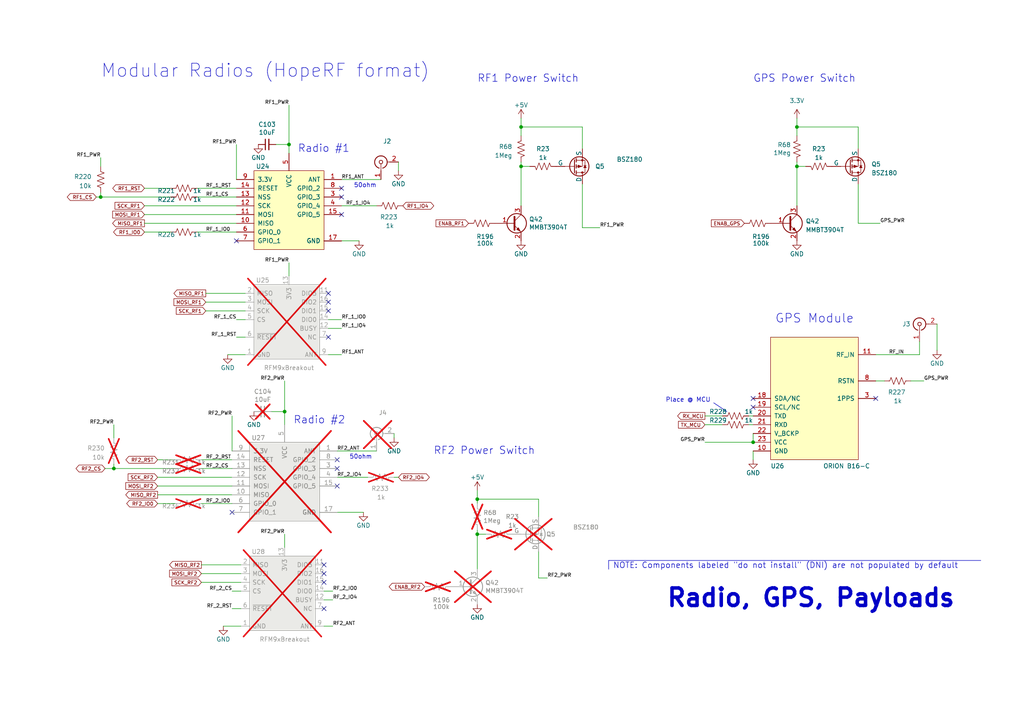
<source format=kicad_sch>
(kicad_sch (version 20230121) (generator eeschema)
  (paper "A4")
  (title_block (title "PyCubed Mainboard") (date "2021-06-09") (rev "v05c") (company "Sierra Lobo INC."))
  (lib_symbols
    (symbol "Device:C_Small" (pin_numbers hide) (pin_names (offset 0.254) hide)
      (property "Reference" "C" (at 0.254 1.778 0))
      (property "Value" "C_Small" (at 0.254 -2.032 0))
      (symbol "C_Small_0_1"
        (polyline (pts (xy -1.524 -0.508) (xy 1.524 -0.508)) (stroke (width 0.3302)))
        (polyline (pts (xy -1.524 0.508) (xy 1.524 0.508)) (stroke (width 0.3048)))
      )
      (symbol "C_Small_1_1"
        (pin passive line (at 0 2.54 270) (length 2.032) (name "~") (number "1"))
        (pin passive line (at 0 -2.54 90) (length 2.032) (name "~") (number "2"))
      )
    )
    (symbol "Device:Q_NPN_BEC" (pin_names (offset 0) hide)
      (property "Reference" "Q" (at 5.08 1.27 0))
      (property "Value" "Q_NPN_BEC" (at 5.08 -1.27 0))
      (symbol "Q_NPN_BEC_0_1"
        (polyline (pts (xy 0.635 0.635) (xy 2.54 2.54)))
        (polyline (pts (xy 0.635 -0.635) (xy 2.54 -2.54) (xy 2.54 -2.54)))
        (polyline (pts (xy 0.635 1.905) (xy 0.635 -1.905) (xy 0.635 -1.905)) (stroke (width 0.508)))
        (polyline (pts (xy 1.27 -1.778) (xy 1.778 -1.27) (xy 2.286 -2.286) (xy 1.27 -1.778) (xy 1.27 -1.778)) (fill (type outline)))
        (circle (center 1.27 0) (radius 2.8194) (stroke (width 0.254)))
      )
      (symbol "Q_NPN_BEC_1_1"
        (pin input line (at -5.08 0 0) (length 5.715) (name "B") (number "1"))
        (pin passive line (at 2.54 -5.08 90) (length 2.54) (name "E") (number "2"))
        (pin passive line (at 2.54 5.08 270) (length 2.54) (name "C") (number "3"))
      )
    )
    (symbol "Device:R_US" (pin_numbers hide) (pin_names (offset 0))
      (property "Reference" "R" (at 2.54 0 90))
      (property "Value" "R_US" (at -2.54 0 90))
      (symbol "R_US_0_1"
        (polyline (pts (xy 0 -2.286) (xy 0 -2.54)))
        (polyline (pts (xy 0 2.286) (xy 0 2.54)))
        (polyline (pts (xy 0 -0.762) (xy 1.016 -1.143) (xy 0 -1.524) (xy -1.016 -1.905) (xy 0 -2.286)))
        (polyline (pts (xy 0 0.762) (xy 1.016 0.381) (xy 0 0) (xy -1.016 -0.381) (xy 0 -0.762)))
        (polyline (pts (xy 0 2.286) (xy 1.016 1.905) (xy 0 1.524) (xy -1.016 1.143) (xy 0 0.762)))
      )
      (symbol "R_US_1_1"
        (pin passive line (at 0 3.81 270) (length 1.27) (name "~") (number "1"))
        (pin passive line (at 0 -3.81 90) (length 1.27) (name "~") (number "2"))
      )
    )
    (symbol "SierraLobo:BSZ086" (pin_numbers hide) (pin_names (offset 0))
      (property "Reference" "Q" (at 3.556 0 0))
      (property "Value" "BSZ180P03NS3GATMA1" (at 13.716 -2.032 0))
      (symbol "BSZ086_0_1"
        (circle (center -0.889 0) (radius 2.794) (stroke (width 0.254)))
        (circle (center 0 -1.778) (radius 0.254) (fill (type outline)))
        (polyline (pts (xy -2.286 0) (xy -5.08 0)))
        (polyline (pts (xy -2.286 1.905) (xy -2.286 -1.905)) (stroke (width 0.254)))
        (polyline (pts (xy -1.778 -1.27) (xy -1.778 -2.286)) (stroke (width 0.254)))
        (polyline (pts (xy -1.778 0.508) (xy -1.778 -0.508)) (stroke (width 0.254)))
        (polyline (pts (xy -1.778 2.286) (xy -1.778 1.27)) (stroke (width 0.254)))
        (polyline (pts (xy 0 2.54) (xy 0 1.778)))
        (polyline (pts (xy 0 -2.54) (xy 0 0) (xy -1.778 0)))
        (polyline (pts (xy -1.778 -1.778) (xy 0.762 -1.778) (xy 0.762 1.778) (xy -1.778 1.778)))
        (polyline (pts (xy -0.254 0) (xy -1.27 -0.381) (xy -1.27 0.381) (xy -0.254 0)) (fill (type outline)))
        (polyline (pts (xy 1.143 -0.254) (xy 1.143 -0.254) (xy 0.381 -0.254) (xy 0.381 -0.254)))
        (circle (center 0 1.778) (radius 0.254) (fill (type outline)))
      )
      (symbol "BSZ086_1_1"
        (polyline (pts (xy 0.762 -0.254) (xy 1.143 0.381) (xy 0.381 0.381) (xy 0.762 -0.254)) (fill (type outline)))
        (pin passive line (at 0 -5.08 90) (length 2.54) (name "S") (number "1"))
        (pin input line (at -7.62 0 0) (length 2.54) (name "G") (number "4"))
        (pin passive line (at 0 5.08 270) (length 2.54) (name "D") (number "5"))
      )
    )
    (symbol "SierraLobo:RFM98PW" (pin_names (offset 1.016))
      (property "Reference" "U" (at -7.62 11.43 0))
      (symbol "RFM98PW_0_0"
        (pin bidirectional line (at 2.54 15.24 270) (length 5.08) (name "VCC") (number "5"))
      )
      (symbol "RFM98PW_1_0"
        (pin bidirectional line (at 17.78 7.62 180) (length 5.08) (name "ANT") (number "1"))
        (pin bidirectional line (at -12.7 -5.08 0) (length 5.08) (name "MISO") (number "10"))
        (pin bidirectional line (at -12.7 -2.54 0) (length 5.08) (name "MOSI") (number "11"))
        (pin bidirectional line (at -12.7 0 0) (length 5.08) (name "SCK") (number "12"))
        (pin bidirectional line (at -12.7 2.54 0) (length 5.08) (name "NSS") (number "13"))
        (pin bidirectional line (at -12.7 5.08 0) (length 5.08) (name "RESET") (number "14"))
        (pin bidirectional line (at 17.78 -2.54 180) (length 5.08) (name "GPIO_5") (number "15"))
        (pin bidirectional line (at 17.78 -10.16 180) (length 5.08) (name "GND") (number "16"))
        (pin bidirectional line (at 17.78 -10.16 180) (length 5.08) (name "GND") (number "17"))
        (pin bidirectional line (at 17.78 -10.16 180) (length 5.08) (name "GND") (number "2"))
        (pin bidirectional line (at 17.78 2.54 180) (length 5.08) (name "GPIO_3") (number "3"))
        (pin bidirectional line (at 17.78 0 180) (length 5.08) (name "GPIO_4") (number "4"))
        (pin bidirectional line (at -12.7 -7.62 0) (length 5.08) (name "GPIO_0") (number "6"))
        (pin bidirectional line (at -12.7 -10.16 0) (length 5.08) (name "GPIO_1") (number "7"))
        (pin bidirectional line (at 17.78 5.08 180) (length 5.08) (name "GPIO_2") (number "8"))
        (pin power_in line (at -12.7 7.62 0) (length 5.08) (name "3.3V") (number "9"))
      )
      (symbol "RFM98PW_1_1"
        (rectangle (start -7.62 10.16) (end 12.7 -12.7) (fill (type background)))
      )
    )
    (symbol "SierraLobo:RFM9xBreakout" (pin_names (offset 0.762))
      (property "Reference" "U" (at -3.81 12.7 0))
      (property "Value" "RFM9xBreakout" (at -7.62 -11.43 0))
      (symbol "RFM9xBreakout_1_1"
        (rectangle (start -10.16 11.43) (end 8.89 -10.16) (fill (type background)))
        (pin bidirectional line (at -12.7 -8.89 0) (length 2.54) (name "GND") (number "1"))
        (pin bidirectional line (at -12.7 -8.89 0) (length 2.54) hide (name "GND") (number "10"))
        (pin bidirectional line (at 11.43 8.89 180) (length 2.54) (name "DIO3") (number "11"))
        (pin bidirectional line (at 11.43 -1.27 180) (length 2.54) (name "BUSY") (number "12"))
        (pin bidirectional line (at 0 13.97 270) (length 2.54) (name "3V3") (number "13"))
        (pin bidirectional line (at 11.43 1.27 180) (length 2.54) (name "DIO0") (number "14"))
        (pin bidirectional line (at 11.43 3.81 180) (length 2.54) (name "DIO1") (number "15"))
        (pin bidirectional line (at 11.43 6.35 180) (length 2.54) (name "DIO2") (number "16"))
        (pin bidirectional line (at -12.7 8.89 0) (length 2.54) (name "MISO") (number "2"))
        (pin bidirectional line (at -12.7 6.35 0) (length 2.54) (name "MOSI") (number "3"))
        (pin bidirectional line (at -12.7 3.81 0) (length 2.54) (name "SCK") (number "4"))
        (pin bidirectional line (at -12.7 1.27 0) (length 2.54) (name "CS") (number "5"))
        (pin bidirectional line (at -12.7 -3.81 0) (length 2.54) (name "~{RESET}") (number "6"))
        (pin bidirectional line (at 11.43 -3.81 180) (length 2.54) (name "NC") (number "7"))
        (pin bidirectional line (at -12.7 -8.89 0) (length 2.54) hide (name "GND") (number "8"))
        (pin bidirectional line (at 11.43 -8.89 180) (length 2.54) (name "ANT") (number "9"))
      )
    )
    (symbol "SierraLobo:S1216V8" (pin_names (offset 1.016))
      (property "Reference" "U" (at -12.7 -20.32 0))
      (property "Value" "S1216V8" (at 2.54 -20.32 0))
      (symbol "S1216V8_1_0"
        (pin no_connect line (at -12.7 10.16 0) (length 5.08) hide (name "NC") (number "1"))
        (pin bidirectional line (at -17.78 -15.24 0) (length 5.08) (name "GND") (number "10"))
        (pin bidirectional line (at 17.78 12.7 180) (length 5.08) (name "RF_IN") (number "11"))
        (pin bidirectional line (at -17.78 -15.24 0) (length 5.08) hide (name "GND") (number "12"))
        (pin bidirectional line (at -17.78 -15.24 0) (length 5.08) hide (name "GND") (number "13"))
        (pin no_connect line (at -12.7 8.89 0) (length 5.08) hide (name "NC") (number "14"))
        (pin no_connect line (at -12.7 7.62 0) (length 5.08) hide (name "NC") (number "15"))
        (pin no_connect line (at -12.7 6.35 0) (length 5.08) hide (name "NC") (number "16"))
        (pin no_connect line (at -12.7 3.81 0) (length 5.08) hide (name "NC") (number "17"))
        (pin bidirectional line (at -17.78 0 0) (length 5.08) (name "SDA/NC") (number "18"))
        (pin bidirectional line (at -17.78 -2.54 0) (length 5.08) (name "SCL/NC") (number "19"))
        (pin no_connect line (at -12.7 2.54 0) (length 5.08) hide (name "NC") (number "2"))
        (pin bidirectional line (at -17.78 -5.08 0) (length 5.08) (name "TXD") (number "20"))
        (pin bidirectional line (at -17.78 -7.62 0) (length 5.08) (name "RXD") (number "21"))
        (pin bidirectional line (at -17.78 -10.16 0) (length 5.08) (name "V_BCKP") (number "22"))
        (pin bidirectional line (at -17.78 -12.7 0) (length 5.08) (name "VCC") (number "23"))
        (pin bidirectional line (at -17.78 -15.24 0) (length 5.08) hide (name "GND") (number "24"))
        (pin bidirectional line (at 17.78 0 180) (length 5.08) (name "1PPS") (number "3"))
        (pin no_connect line (at -12.7 11.43 0) (length 5.08) hide (name "NC") (number "4"))
        (pin no_connect line (at -12.7 12.7 0) (length 5.08) hide (name "NC") (number "5"))
        (pin no_connect line (at -12.7 13.97 0) (length 5.08) hide (name "NC") (number "6"))
        (pin no_connect line (at -12.7 5.08 0) (length 5.08) hide (name "NC") (number "7"))
        (pin bidirectional line (at 17.78 5.08 180) (length 5.08) (name "RSTN") (number "8"))
        (pin bidirectional line (at -12.7 15.24 0) (length 5.08) hide (name "NC") (number "9"))
      )
      (symbol "S1216V8_1_1"
        (rectangle (start -12.7 17.78) (end 12.7 -17.78) (fill (type background)))
      )
    )
    (symbol "mainboard-rescue:Conn_Coaxial-Connector-mainboard-rescue" (pin_names (offset 1.016) hide)
      (property "Reference" "J" (at 0.254 3.048 0))
      (property "Value" "Conn_Coaxial-Connector-mainboard-rescue" (at 2.921 0 90))
      (symbol "Conn_Coaxial-Connector-mainboard-rescue_0_1"
        (arc (start -1.778 -0.508) (mid 0.222 -1.808) (end 1.778 0) (stroke (width 0.254)))
        (polyline (pts (xy -2.54 0) (xy -0.508 0)))
        (polyline (pts (xy 0 -2.54) (xy 0 -1.778)))
        (circle (center 0 0) (radius 0.508) (stroke (width 0.2032)))
        (arc (start 1.778 0) (mid 0.222 1.8083) (end -1.778 0.508) (stroke (width 0.254)))
      )
      (symbol "Conn_Coaxial-Connector-mainboard-rescue_1_1"
        (pin passive line (at -5.08 0 0) (length 2.54) (name "In") (number "1"))
        (pin passive line (at 0 -5.08 90) (length 2.54) (name "Ext") (number "2"))
      )
    )
    (symbol "mainboard:3.3V" (power) (pin_names (offset 1.016))
      (property "Value" "3.3V" (at -1.016 3.556 0))
      (symbol "3.3V_1_0"
        (polyline (pts (xy 0 2.54) (xy -0.762 1.27)))
        (polyline (pts (xy 0.762 1.27) (xy 0 2.54)))
        (pin power_in line (at 0 0 90) (length 2.54) (name "3.3V") (number "1"))
      )
    )
    (symbol "power:+5V" (power) (pin_names (offset 0))
      (property "Value" "+5V" (at 0 3.556 0))
      (symbol "+5V_0_1"
        (polyline (pts (xy -0.762 1.27) (xy 0 2.54)))
        (polyline (pts (xy 0 0) (xy 0 2.54)))
        (polyline (pts (xy 0 2.54) (xy 0.762 1.27)))
      )
      (symbol "+5V_1_1"
        (pin power_in line (at 0 0 90) (length 0) hide (name "+5V") (number "1"))
      )
    )
    (symbol "power:GND" (power) (pin_names (offset 0))
      (property "Value" "GND" (at 0 -3.81 0))
      (symbol "GND_0_1"
        (polyline (pts (xy 0 0) (xy 0 -1.27) (xy 1.27 -1.27) (xy 0 -2.54) (xy -1.27 -1.27) (xy 0 -1.27)))
      )
      (symbol "GND_1_1"
        (pin power_in line (at 0 0 270) (length 0) hide (name "GND") (number "1"))
      )
    )
  )
  (junction (at 151.13 48.26))
  (junction (at 231.14 48.26))
  (junction (at 29.21 57.15))
  (junction (at 151.13 36.83))
  (junction (at 231.14 36.83))
  (junction (at 138.43 154.94))
  (junction (at 218.44 128.27))
  (junction (at 83.82 41.91))
  (junction (at 82.55 119.38))
  (junction (at 33.02 135.89))
  (junction (at 138.43 144.78))
  (no_connect (at 97.79 133.35))
  (no_connect (at 95.25 97.79))
  (no_connect (at 97.79 135.89))
  (no_connect (at 95.25 87.63))
  (no_connect (at 93.98 168.91))
  (no_connect (at 93.98 163.83))
  (no_connect (at 67.31 148.59))
  (no_connect (at 95.25 90.17))
  (no_connect (at 99.06 62.23))
  (no_connect (at 254 115.57))
  (no_connect (at 93.98 176.53))
  (no_connect (at 99.06 57.15))
  (no_connect (at 93.98 166.37))
  (no_connect (at 99.06 54.61))
  (no_connect (at 218.44 118.11))
  (no_connect (at 218.44 115.57))
  (no_connect (at 68.58 69.85))
  (no_connect (at 95.25 85.09))
  (no_connect (at 97.79 140.97))
  (wire (pts (xy 68.58 41.91) (xy 68.58 52.07)))
  (wire (pts (xy 209.55 120.65) (xy 204.47 120.65)))
  (wire (pts (xy 66.04 102.87) (xy 71.12 102.87)))
  (wire (pts (xy 68.58 62.23) (xy 41.91 62.23)))
  (wire (pts (xy 33.02 135.89) (xy 50.8 135.89)))
  (wire (pts (xy 33.02 123.19) (xy 33.02 127)))
  (wire (pts (xy 151.13 36.83) (xy 151.13 34.29)))
  (wire (pts (xy 57.15 54.61) (xy 68.58 54.61)))
  (wire (pts (xy 266.7 99.06) (xy 266.7 102.87)))
  (wire (pts (xy 67.31 140.97) (xy 45.72 140.97)))
  (wire (pts (xy 168.91 66.04) (xy 168.91 53.34)))
  (wire (pts (xy 67.31 138.43) (xy 45.72 138.43)))
  (wire (pts (xy 97.79 130.81) (xy 109.22 130.81)))
  (wire (pts (xy 83.82 30.48) (xy 83.82 41.91)))
  (wire (pts (xy 248.92 53.34) (xy 248.92 64.77)))
  (wire (pts (xy 231.14 48.26) (xy 231.14 59.69)))
  (wire (pts (xy 231.14 36.83) (xy 248.92 36.83)))
  (wire (pts (xy 114.3 125.73) (xy 114.3 127)))
  (wire (pts (xy 151.13 48.26) (xy 151.13 59.69)))
  (wire (pts (xy 218.44 128.27) (xy 204.47 128.27)))
  (wire (pts (xy 218.44 130.81) (xy 218.44 133.35)))
  (wire (pts (xy 68.58 92.71) (xy 71.12 92.71)))
  (wire (pts (xy 27.94 57.15) (xy 29.21 57.15)))
  (wire (pts (xy 248.92 43.18) (xy 248.92 36.83)))
  (wire (pts (xy 30.48 135.89) (xy 33.02 135.89)))
  (wire (pts (xy 231.14 48.26) (xy 233.68 48.26)))
  (wire (pts (xy 45.72 133.35) (xy 50.8 133.35)))
  (wire (pts (xy 151.13 48.26) (xy 153.67 48.26)))
  (wire (pts (xy 218.44 128.27) (xy 218.44 125.73)))
  (polyline (pts (xy 176.53 162.56) (xy 284.48 162.56)))
  (wire (pts (xy 138.43 154.94) (xy 140.97 154.94)))
  (wire (pts (xy 67.31 120.65) (xy 67.31 130.81)))
  (wire (pts (xy 168.91 43.18) (xy 168.91 36.83)))
  (wire (pts (xy 33.02 134.62) (xy 33.02 135.89)))
  (wire (pts (xy 106.68 138.43) (xy 97.79 138.43)))
  (polyline (pts (xy 207.01 116.84) (xy 210.82 119.38)))
  (wire (pts (xy 266.7 102.87) (xy 254 102.87)))
  (wire (pts (xy 138.43 144.78) (xy 138.43 146.05)))
  (wire (pts (xy 83.82 41.91) (xy 83.82 44.45)))
  (wire (pts (xy 99.06 95.25) (xy 95.25 95.25)))
  (wire (pts (xy 99.06 52.07) (xy 110.49 52.07)))
  (wire (pts (xy 82.55 119.38) (xy 78.74 119.38)))
  (wire (pts (xy 96.52 171.45) (xy 93.98 171.45)))
  (wire (pts (xy 82.55 110.49) (xy 82.55 119.38)))
  (wire (pts (xy 231.14 36.83) (xy 231.14 34.29)))
  (wire (pts (xy 71.12 90.17) (xy 59.69 90.17)))
  (wire (pts (xy 49.53 54.61) (xy 41.91 54.61)))
  (wire (pts (xy 29.21 57.15) (xy 49.53 57.15)))
  (wire (pts (xy 231.14 46.99) (xy 231.14 48.26)))
  (wire (pts (xy 45.72 146.05) (xy 50.8 146.05)))
  (wire (pts (xy 218.44 120.65) (xy 217.17 120.65)))
  (wire (pts (xy 115.57 138.43) (xy 114.3 138.43)))
  (wire (pts (xy 68.58 64.77) (xy 41.91 64.77)))
  (wire (pts (xy 64.77 181.61) (xy 69.85 181.61)))
  (wire (pts (xy 29.21 55.88) (xy 29.21 57.15)))
  (wire (pts (xy 156.21 160.02) (xy 156.21 167.64)))
  (wire (pts (xy 29.21 48.26) (xy 29.21 45.72)))
  (wire (pts (xy 71.12 87.63) (xy 59.69 87.63)))
  (wire (pts (xy 138.43 144.78) (xy 156.21 144.78)))
  (wire (pts (xy 99.06 102.87) (xy 95.25 102.87)))
  (wire (pts (xy 82.55 119.38) (xy 82.55 123.19)))
  (wire (pts (xy 41.91 67.31) (xy 49.53 67.31)))
  (wire (pts (xy 97.79 148.59) (xy 105.41 148.59)))
  (wire (pts (xy 151.13 46.99) (xy 151.13 48.26)))
  (wire (pts (xy 57.15 67.31) (xy 68.58 67.31)))
  (wire (pts (xy 96.52 173.99) (xy 93.98 173.99)))
  (wire (pts (xy 67.31 143.51) (xy 45.72 143.51)))
  (wire (pts (xy 68.58 59.69) (xy 41.91 59.69)))
  (wire (pts (xy 218.44 123.19) (xy 217.17 123.19)))
  (wire (pts (xy 264.16 110.49) (xy 267.97 110.49)))
  (wire (pts (xy 71.12 85.09) (xy 59.69 85.09)))
  (wire (pts (xy 69.85 168.91) (xy 58.42 168.91)))
  (wire (pts (xy 82.55 154.94) (xy 82.55 158.75)))
  (wire (pts (xy 168.91 66.04) (xy 173.99 66.04)))
  (wire (pts (xy 69.85 166.37) (xy 58.42 166.37)))
  (wire (pts (xy 99.06 92.71) (xy 95.25 92.71)))
  (polyline (pts (xy 176.53 165.1) (xy 176.53 162.56)))
  (wire (pts (xy 209.55 123.19) (xy 204.47 123.19)))
  (wire (pts (xy 67.31 171.45) (xy 69.85 171.45)))
  (wire (pts (xy 271.78 93.98) (xy 271.78 101.6)))
  (wire (pts (xy 151.13 36.83) (xy 168.91 36.83)))
  (wire (pts (xy 57.15 57.15) (xy 68.58 57.15)))
  (wire (pts (xy 156.21 167.64) (xy 158.75 167.64)))
  (wire (pts (xy 156.21 149.86) (xy 156.21 144.78)))
  (wire (pts (xy 58.42 146.05) (xy 67.31 146.05)))
  (wire (pts (xy 69.85 176.53) (xy 67.31 176.53)))
  (wire (pts (xy 138.43 144.78) (xy 138.43 142.24)))
  (wire (pts (xy 96.52 181.61) (xy 93.98 181.61)))
  (wire (pts (xy 67.31 133.35) (xy 58.42 133.35)))
  (wire (pts (xy 58.42 135.89) (xy 67.31 135.89)))
  (wire (pts (xy 138.43 153.67) (xy 138.43 154.94)))
  (wire (pts (xy 151.13 36.83) (xy 151.13 39.37)))
  (wire (pts (xy 254 110.49) (xy 256.54 110.49)))
  (wire (pts (xy 99.06 69.85) (xy 104.14 69.85)))
  (wire (pts (xy 231.14 36.83) (xy 231.14 39.37)))
  (wire (pts (xy 248.92 64.77) (xy 255.27 64.77)))
  (wire (pts (xy 138.43 154.94) (xy 138.43 165.1)))
  (wire (pts (xy 83.82 41.91) (xy 80.01 41.91)))
  (wire (pts (xy 69.85 163.83) (xy 58.42 163.83)))
  (wire (pts (xy 68.58 97.79) (xy 71.12 97.79)))
  (wire (pts (xy 99.06 59.69) (xy 109.22 59.69)))
  (wire (pts (xy 83.82 76.2) (xy 83.82 80.01)))
  (wire (pts (xy 115.57 46.99) (xy 115.57 49.53)))
  (text "Radio #1" (at 86.36 44.45 0) (effects (font (size 2.159 2.159)) (justify left bottom)))
  (text "Modular Radios (HopeRF format)" (at 29.21 22.86 0) (effects (font (size 3.81 3.81)) (justify left bottom)))
  (text "RF2 Power Switch" (at 125.73 132.08 0) (effects (font (size 2.159 2.159)) (justify left bottom)))
  (text "Place @ MCU" (at 193.04 116.84 0) (effects (font (size 1.27 1.27)) (justify left bottom)))
  (text "50ohm" (at 109.22 54.61 0) (effects (font (size 1.27 1.27)) (justify right bottom)))
  (text "Radio #2" (at 85.09 123.19 0) (effects (font (size 2.159 2.159)) (justify left bottom)))
  (text "Radio, GPS, Payloads" (at 193.04 176.53 0) (effects (font (size 5.08 5.08) (thickness 1.016) bold) (justify left bottom)))
  (text "NOTE: Components labeled \"do not install\" (DNI) are not populated by default" (at 177.8 165.1 0) (effects (font (size 1.651 1.651)) (justify left bottom)))
  (text "RF1 Power Switch" (at 138.43 24.13 0) (effects (font (size 2.159 2.159)) (justify left bottom)))
  (text "50ohm" (at 107.95 133.35 0) (effects (font (size 1.27 1.27)) (justify right bottom)))
  (text "GPS Power Switch" (at 218.44 24.13 0) (effects (font (size 2.159 2.159)) (justify left bottom)))
  (text "GPS Module" (at 224.79 93.98 0) (effects (font (size 2.54 2.54)) (justify left bottom)))
  (label "RF1_PWR" (at 29.21 45.72 180) (effects (font (size 1.016 1.016))))
  (label "GPS_PWR" (at 267.97 110.49 0) (effects (font (size 1.016 1.016))))
  (label "RF_2_CS" (at 59.69 135.89 0) (effects (font (size 1.016 1.016))))
  (label "RF_1_RST" (at 59.69 54.61 0) (effects (font (size 1.016 1.016))))
  (label "RF1_PWR" (at 83.82 30.48 180) (effects (font (size 1.016 1.016))))
  (label "RF1_ANT" (at 99.06 102.87 0) (effects (font (size 1.016 1.016))))
  (label "RF_1_RST" (at 68.58 97.79 180) (effects (font (size 1.016 1.016))))
  (label "RF1_PWR" (at 173.99 66.04 0) (effects (font (size 1.016 1.016))))
  (label "RF2_ANT" (at 96.52 181.61 0) (effects (font (size 1.016 1.016))))
  (label "RF_IN" (at 257.81 102.87 0) (effects (font (size 1.016 1.016))))
  (label "RF1_ANT" (at 99.06 52.07 0) (effects (font (size 1.016 1.016))))
  (label "RF_1_IO0" (at 59.69 67.31 0) (effects (font (size 1.016 1.016))))
  (label "RF_1_IO0" (at 99.06 92.71 0) (effects (font (size 1.016 1.016))))
  (label "RF_2_IO4" (at 96.52 173.99 0) (effects (font (size 1.016 1.016))))
  (label "RF2_PWR" (at 82.55 110.49 180) (effects (font (size 1.016 1.016))))
  (label "RF_1_IO4" (at 100.33 59.69 0) (effects (font (size 1.016 1.016))))
  (label "RF2_PWR" (at 82.55 154.94 180) (effects (font (size 1.016 1.016))))
  (label "RF_2_RST" (at 67.31 176.53 180) (effects (font (size 1.016 1.016))))
  (label "RF2_PWR" (at 33.02 123.19 180) (effects (font (size 1.016 1.016))))
  (label "RF2_PWR" (at 67.31 120.65 180) (effects (font (size 1.016 1.016))))
  (label "RF1_PWR" (at 83.82 76.2 180) (effects (font (size 1.016 1.016))))
  (label "RF_1_IO4" (at 99.06 95.25 0) (effects (font (size 1.016 1.016))))
  (label "RF_2_IO0" (at 96.52 171.45 0) (effects (font (size 1.016 1.016))))
  (label "RF_2_RST" (at 59.69 133.35 0) (effects (font (size 1.016 1.016))))
  (label "RF_1_CS" (at 68.58 92.71 180) (effects (font (size 1.016 1.016))))
  (label "RF_1_CS" (at 59.69 57.15 0) (effects (font (size 1.016 1.016))))
  (label "RF1_PWR" (at 68.58 41.91 180) (effects (font (size 1.016 1.016))))
  (label "RF_2_IO0" (at 59.69 146.05 0) (effects (font (size 1.016 1.016))))
  (label "RF2_PWR" (at 158.75 167.64 0) (effects (font (size 1.016 1.016))))
  (label "RF2_ANT" (at 97.79 130.81 0) (effects (font (size 1.016 1.016))))
  (label "GPS_PWR" (at 255.27 64.77 0) (effects (font (size 1.016 1.016))))
  (label "GPS_PWR" (at 204.47 128.27 180) (effects (font (size 1.016 1.016))))
  (label "RF_2_CS" (at 67.31 171.45 180) (effects (font (size 1.016 1.016))))
  (label "RF_2_IO4" (at 97.79 138.43 0) (effects (font (size 1.016 1.016))))
  (global_label "ENAB_RF1" (shape input) (at 135.89 64.77 180) (effects (font (size 1.016 1.016))) (property "Intersheetrefs" "${INTERSHEET_REFS}" (effects hide)))
  (global_label "RF2_RST" (shape bidirectional) (at 45.72 133.35 180) (effects (font (size 1.016 1.016))) (property "Intersheetrefs" "${INTERSHEET_REFS}" (effects hide)))
  (global_label "MOSI_RF2" (shape input) (at 45.72 140.97 180) (effects (font (size 1.016 1.016))) (property "Intersheetrefs" "${INTERSHEET_REFS}" (effects hide)))
  (global_label "MISO_RF1" (shape output) (at 41.91 64.77 180) (effects (font (size 1.016 1.016))) (property "Intersheetrefs" "${INTERSHEET_REFS}" (effects hide)))
  (global_label "RF1_CS" (shape bidirectional) (at 27.94 57.15 180) (effects (font (size 1.016 1.016))) (property "Intersheetrefs" "${INTERSHEET_REFS}" (effects hide)))
  (global_label "RF1_IO0" (shape bidirectional) (at 41.91 67.31 180) (effects (font (size 1.016 1.016))) (property "Intersheetrefs" "${INTERSHEET_REFS}" (effects hide)))
  (global_label "ENAB_GPS" (shape input) (at 215.9 64.77 180) (effects (font (size 1.016 1.016))) (property "Intersheetrefs" "${INTERSHEET_REFS}" (effects hide)))
  (global_label "RF1_RST" (shape bidirectional) (at 41.91 54.61 180) (effects (font (size 1.016 1.016))) (property "Intersheetrefs" "${INTERSHEET_REFS}" (effects hide)))
  (global_label "MISO_RF2" (shape output) (at 45.72 143.51 180) (effects (font (size 1.016 1.016))) (property "Intersheetrefs" "${INTERSHEET_REFS}" (effects hide)))
  (global_label "MISO_RF1" (shape output) (at 59.69 85.09 180) (effects (font (size 1.016 1.016))) (property "Intersheetrefs" "${INTERSHEET_REFS}" (effects hide)))
  (global_label "RF2_IO0" (shape bidirectional) (at 45.72 146.05 180) (effects (font (size 1.016 1.016))) (property "Intersheetrefs" "${INTERSHEET_REFS}" (effects hide)))
  (global_label "MOSI_RF1" (shape input) (at 59.69 87.63 180) (effects (font (size 1.016 1.016))) (property "Intersheetrefs" "${INTERSHEET_REFS}" (effects hide)))
  (global_label "MOSI_RF1" (shape input) (at 41.91 62.23 180) (effects (font (size 1.016 1.016))) (property "Intersheetrefs" "${INTERSHEET_REFS}" (effects hide)))
  (global_label "SCK_RF2" (shape input) (at 45.72 138.43 180) (effects (font (size 1.016 1.016))) (property "Intersheetrefs" "${INTERSHEET_REFS}" (effects hide)))
  (global_label "SCK_RF1" (shape input) (at 41.91 59.69 180) (effects (font (size 1.016 1.016))) (property "Intersheetrefs" "${INTERSHEET_REFS}" (effects hide)))
  (global_label "ENAB_RF2" (shape bidirectional) (at 123.19 170.18 180) (effects (font (size 1.016 1.016))) (property "Intersheetrefs" "${INTERSHEET_REFS}" (effects hide)))
  (global_label "TX_MCU" (shape input) (at 204.47 123.19 180) (effects (font (size 1.016 1.016))) (property "Intersheetrefs" "${INTERSHEET_REFS}" (effects hide)))
  (global_label "SCK_RF2" (shape input) (at 58.42 168.91 180) (effects (font (size 1.016 1.016))) (property "Intersheetrefs" "${INTERSHEET_REFS}" (effects hide)))
  (global_label "MISO_RF2" (shape output) (at 58.42 163.83 180) (effects (font (size 1.016 1.016))) (property "Intersheetrefs" "${INTERSHEET_REFS}" (effects hide)))
  (global_label "RF1_IO4" (shape bidirectional) (at 116.84 59.69 0) (effects (font (size 1.016 1.016))) (property "Intersheetrefs" "${INTERSHEET_REFS}" (effects hide)))
  (global_label "RF2_IO4" (shape bidirectional) (at 115.57 138.43 0) (effects (font (size 1.016 1.016))) (property "Intersheetrefs" "${INTERSHEET_REFS}" (effects hide)))
  (global_label "MOSI_RF2" (shape input) (at 58.42 166.37 180) (effects (font (size 1.016 1.016))) (property "Intersheetrefs" "${INTERSHEET_REFS}" (effects hide)))
  (global_label "SCK_RF1" (shape input) (at 59.69 90.17 180) (effects (font (size 1.016 1.016))) (property "Intersheetrefs" "${INTERSHEET_REFS}" (effects hide)))
  (global_label "RX_MCU" (shape output) (at 204.47 120.65 180) (effects (font (size 1.016 1.016))) (property "Intersheetrefs" "${INTERSHEET_REFS}" (effects hide)))
  (global_label "RF2_CS" (shape bidirectional) (at 30.48 135.89 180) (effects (font (size 1.016 1.016))) (property "Intersheetrefs" "${INTERSHEET_REFS}" (effects hide)))
  (symbol (lib_id "Device:R_US") (at 260.35 110.49 90) (unit 1)
    (property "Reference" "R227" (at 262.6614 113.03 90) (effects (justify left bottom)))
    (property "Value" "1k" (at 261.62 115.57 90) (effects (justify left bottom)))
    (property "Footprint" "Resistor_SMD:R_0402_1005Metric" (effects hide))
    (property "Mfr. Part No" "ERJ-2GEJ102X" (effects hide))
    (property "Manufacturer" "Panasonic" (effects hide))
  )
  (symbol (lib_id "mainboard-rescue:Conn_Coaxial-Connector-mainboard-rescue") (at 110.49 46.99 90) (unit 1)
    (property "Reference" "J2" (at 112.2934 40.9702 90))
    (property "Value" "SMPM-PS-P-HG-ST-TH-1" (effects hide))
    (property "Footprint" "SierraLobo:SAMTEC_SMPM-PS-P-HG-ST-TH-1" (effects hide))
    (property "Mfr. Part No" "SMPM-PS-P-HG-ST-TH-1" (effects hide))
    (property "Manufacturer" "Samtec" (effects hide))
  )
  (symbol (lib_id "SierraLobo:RFM98PW") (at 81.28 59.69 0) (unit 1)
    (property "Reference" "U24" (at 76.2 48.26 0))
    (property "Value" "RFM98PW" (effects hide))
    (property "Footprint" "SierraLobo:RFM95PW" (effects hide))
    (property "Mfr. Part No" "RFM98PW" (effects hide))
    (property "Manufacturer" "HopeRF" (effects hide))
  )
  (symbol (lib_id "power:GND") (at 104.14 69.85 0) (mirror y) (unit 1)
    (property "Reference" "#PWR0154" (effects hide))
    (property "Value" "GND" (at 104.14 73.66 0))
  )
  (symbol (lib_id "SierraLobo:RFM9xBreakout") (at 83.82 93.98 0) (unit 1) (dnp yes)
    (property "Reference" "U25" (at 76.2 81.28 0))
    (property "Value" "RFM9xBreakout" (at 83.82 106.68 0))
    (property "Footprint" "RF_Module:HOPERF_RFM9XW_SMD" (effects hide))
    (property "Mfr. Part No" "RFM98" (effects hide))
    (property "Manufacturer" "HopeRF" (effects hide))
  )
  (symbol (lib_id "power:GND") (at 66.04 102.87 0) (mirror y) (unit 1)
    (property "Reference" "#PWR0158" (effects hide))
    (property "Value" "GND" (at 66.04 106.68 0))
  )
  (symbol (lib_id "Device:R_US") (at 29.21 52.07 0) (unit 1)
    (property "Reference" "R220" (at 26.5938 51.2572 0) (effects (justify right)))
    (property "Value" "10k" (at 26.5938 53.9242 0) (effects (justify right)))
    (property "Footprint" "Resistor_SMD:R_0402_1005Metric" (effects hide))
    (property "Mfr. Part No" "RMCF0402FT10K0" (effects hide))
    (property "Manufacturer" "Stackpole Electronics" (effects hide))
  )
  (symbol (lib_id "Device:C_Small") (at 77.47 41.91 90) (unit 1)
    (property "Reference" "C103" (at 77.47 36.0934 90))
    (property "Value" "10uF" (at 77.47 38.4048 90))
    (property "Footprint" "Capacitor_SMD:C_0805_2012Metric" (effects hide))
    (property "Mfr. Part No" "CGA4J1X7S1E106K125AE" (effects hide))
    (property "Manufacturer" "TDK" (effects hide))
  )
  (symbol (lib_id "power:GND") (at 74.93 41.91 0) (mirror y) (unit 1)
    (property "Reference" "#PWR0152" (effects hide))
    (property "Value" "GND" (at 74.93 45.72 0))
  )
  (symbol (lib_id "power:GND") (at 218.44 133.35 0) (unit 1)
    (property "Reference" "#PWR0161" (effects hide))
    (property "Value" "GND" (at 218.44 137.16 0))
  )
  (symbol (lib_id "SierraLobo:S1216V8") (at 236.22 115.57 0) (unit 1)
    (property "Reference" "U26" (at 223.52 135.89 0) (effects (justify left bottom)))
    (property "Value" "ORION B16-C" (at 238.76 135.89 0) (effects (justify left bottom)))
    (property "Footprint" "SierraLobo:S1216_24PIN_PACKAGE" (effects hide))
    (property "Mfr. Part No" "ORION B16-C" (effects hide))
    (property "Manufacturer" "SkyTraq" (effects hide))
  )
  (symbol (lib_id "Device:R_US") (at 54.61 146.05 90) (unit 1) (dnp yes)
    (property "Reference" "R234" (at 52.07 146.05 90) (effects (justify left bottom)))
    (property "Value" "1k" (at 59.69 146.05 90) (effects (justify left bottom)))
    (property "Footprint" "Resistor_SMD:R_0402_1005Metric" (effects hide))
    (property "Mfr. Part No" "ERJ-2GEJ102X" (effects hide))
    (property "Manufacturer" "Panasonic" (effects hide))
  )
  (symbol (lib_id "power:GND") (at 271.78 101.6 0) (unit 1)
    (property "Reference" "#PWR0157" (effects hide))
    (property "Value" "GND" (at 271.78 105.41 0))
  )
  (symbol (lib_id "Device:R_US") (at 127 170.18 270) (unit 1) (dnp yes)
    (property "Reference" "R196" (at 128.016 174.752 90) (effects (justify bottom)))
    (property "Value" "100k" (at 128.016 175.26 90) (effects (justify top)))
    (property "Footprint" "Resistor_SMD:R_0402_1005Metric" (effects hide))
    (property "Mfr. Part No" "RMCF0402FT100K" (effects hide))
    (property "Manufacturer" "Stackpole Electronics" (effects hide))
    (instances (project "mainboard" (path "" (reference "R196") (unit 1)) (path "" (reference "R237") (unit 1))))
  )
  (symbol (lib_id "power:GND") (at 114.3 127 0) (mirror y) (unit 1)
    (property "Reference" "#PWR0160" (effects hide))
    (property "Value" "GND" (at 114.3 130.81 0))
  )
  (symbol (lib_id "Device:Q_NPN_BEC") (at 148.59 64.77 0) (unit 1)
    (property "Reference" "Q42" (at 153.4414 63.6016 0) (effects (justify left)))
    (property "Value" "MMBT3904T" (at 153.4414 65.913 0) (effects (justify left)))
    (property "Footprint" "Package_TO_SOT_SMD:SOT-523" (effects hide))
    (property "Datasheet" "https://www.diodes.com/assets/Datasheets/ds30270.pdf" (effects hide))
    (property "Mfr. Part No" "MMBT3904T-7-F" (effects hide))
    (property "Manufacturer" "Diodes Incorporated" (effects hide))
    (instances (project "mainboard" (path "" (reference "Q42") (unit 1)) (path "" (reference "Q58") (unit 1))))
  )
  (symbol (lib_id "power:+5V") (at 151.13 34.29 0) (unit 1)
    (property "Reference" "#PWR062" (effects hide))
    (property "Value" "+5V" (at 151.13 30.48 0))
    (instances (project "mainboard" (path "" (reference "#PWR062") (unit 1)) (path "" (reference "#PWR0151") (unit 1))))
  )
  (symbol (lib_id "Device:R_US") (at 53.34 67.31 90) (unit 1)
    (property "Reference" "R226" (at 50.8 67.31 90) (effects (justify left bottom)))
    (property "Value" "1k" (at 58.42 67.31 90) (effects (justify left bottom)))
    (property "Footprint" "Resistor_SMD:R_0402_1005Metric" (effects hide))
    (property "Mfr. Part No" "ERJ-2GEJ102X" (effects hide))
    (property "Manufacturer" "Panasonic" (effects hide))
  )
  (symbol (lib_id "Device:R_US") (at 237.49 48.26 270) (mirror x) (unit 1)
    (property "Reference" "R23" (at 237.49 43.18 90))
    (property "Value" "1k" (at 237.49 45.72 90))
    (property "Footprint" "Resistor_SMD:R_0402_1005Metric" (effects hide))
    (property "Mfr. Part No" "ERJ-2GEJ102X" (effects hide))
    (property "Manufacturer" "Panasonic" (effects hide))
    (instances (project "mainboard" (path "" (reference "R23") (unit 1)) (path "" (reference "R66") (unit 1)) (path "" (reference "R219") (unit 1))))
  )
  (symbol (lib_id "power:GND") (at 151.13 69.85 0) (unit 1)
    (property "Reference" "#PWR062" (effects hide))
    (property "Value" "GND" (at 151.13 73.66 0))
    (instances (project "mainboard" (path "" (reference "#PWR062") (unit 1)) (path "" (reference "#PWR0155") (unit 1))))
  )
  (symbol (lib_id "Device:Q_NPN_BEC") (at 135.89 170.18 0) (unit 1) (dnp yes)
    (property "Reference" "Q42" (at 140.7414 169.0116 0) (effects (justify left)))
    (property "Value" "MMBT3904T" (at 140.7414 171.323 0) (effects (justify left)))
    (property "Footprint" "Package_TO_SOT_SMD:SOT-523" (effects hide))
    (property "Datasheet" "https://www.diodes.com/assets/Datasheets/ds30270.pdf" (effects hide))
    (property "Mfr. Part No" "MMBT3904T-7-F" (effects hide))
    (property "Manufacturer" "Diodes Incorporated" (effects hide))
    (instances (project "mainboard" (path "" (reference "Q42") (unit 1)) (path "" (reference "Q61") (unit 1))))
  )
  (symbol (lib_id "Device:R_US") (at 213.36 120.65 90) (unit 1)
    (property "Reference" "R228" (at 208.28 119.38 90))
    (property "Value" "1k" (at 217.17 119.38 90))
    (property "Footprint" "Resistor_SMD:R_0402_1005Metric" (effects hide))
    (property "Mfr. Part No" "ERJ-2GEJ102X" (effects hide))
    (property "Manufacturer" "Panasonic" (effects hide))
  )
  (symbol (lib_id "power:+5V") (at 138.43 142.24 0) (unit 1)
    (property "Reference" "#PWR062" (effects hide))
    (property "Value" "+5V" (at 138.43 138.43 0))
    (instances (project "mainboard" (path "" (reference "#PWR062") (unit 1)) (path "" (reference "#PWR0162") (unit 1))))
  )
  (symbol (lib_id "Device:R_US") (at 231.14 43.18 0) (mirror y) (unit 1)
    (property "Reference" "R68" (at 229.4128 42.0116 0) (effects (justify left)))
    (property "Value" "1Meg" (at 229.4128 44.323 0) (effects (justify left)))
    (property "Footprint" "Resistor_SMD:R_0402_1005Metric" (effects hide))
    (property "Mfr. Part No" "RMCF0402FT1M00" (effects hide))
    (property "Manufacturer" "Stackpole Electronics" (effects hide))
    (instances (project "mainboard" (path "" (reference "R68") (unit 1)) (path "" (reference "R217") (unit 1))))
  )
  (symbol (lib_id "Device:R_US") (at 53.34 57.15 90) (unit 1)
    (property "Reference" "R222" (at 50.8 57.15 90) (effects (justify left bottom)))
    (property "Value" "1k" (at 58.42 57.15 90) (effects (justify left bottom)))
    (property "Footprint" "Resistor_SMD:R_0402_1005Metric" (effects hide))
    (property "Mfr. Part No" "ERJ-2GEJ102X" (effects hide))
    (property "Manufacturer" "Panasonic" (effects hide))
  )
  (symbol (lib_id "Device:Q_NPN_BEC") (at 228.6 64.77 0) (unit 1)
    (property "Reference" "Q42" (at 233.68 64.135 0) (effects (justify left)))
    (property "Value" "MMBT3904T" (at 233.68 66.675 0) (effects (justify left)))
    (property "Footprint" "Package_TO_SOT_SMD:SOT-523" (effects hide))
    (property "Datasheet" "https://www.diodes.com/assets/Datasheets/ds30270.pdf" (effects hide))
    (property "Mfr. Part No" "MMBT3904T-7-F" (effects hide))
    (property "Manufacturer" "Diodes Incorporated" (effects hide))
    (instances (project "mainboard" (path "" (reference "Q42") (unit 1)) (path "" (reference "Q59") (unit 1))))
  )
  (symbol (lib_id "Device:R_US") (at 54.61 133.35 90) (mirror x) (unit 1) (dnp yes)
    (property "Reference" "R231" (at 52.07 133.35 90) (effects (justify left top)))
    (property "Value" "1k" (at 59.69 133.35 90) (effects (justify left top)))
    (property "Footprint" "Resistor_SMD:R_0402_1005Metric" (effects hide))
    (property "Mfr. Part No" "ERJ-2GEJ102X" (effects hide))
    (property "Manufacturer" "Panasonic" (effects hide))
  )
  (symbol (lib_id "mainboard-rescue:Conn_Coaxial-Connector-mainboard-rescue") (at 266.7 93.98 90) (unit 1)
    (property "Reference" "J3" (at 262.89 93.98 90))
    (property "Value" "SMPM-PS-P-HG-ST-TH-1" (effects hide))
    (property "Footprint" "SierraLobo:SAMTEC_SMPM-PS-P-HG-ST-TH-1" (effects hide))
    (property "Mfr. Part No" "SMPM-PS-P-HG-ST-TH-1" (effects hide))
    (property "Manufacturer" "Samtec" (effects hide))
  )
  (symbol (lib_id "SierraLobo:BSZ086") (at 156.21 154.94 0) (mirror x) (unit 1) (dnp yes)
    (property "Reference" "Q5" (at 159.766 154.94 0))
    (property "Value" "BSZ180" (at 169.926 152.908 0))
    (property "Footprint" "SierraLobo:PG-TSDSON-8_3.3x3.3mm" (effects hide))
    (property "Datasheet" "https://www.infineon.com/dgdl/Infineon-BSZ180P03NS3_G-DS-v02_01-en.pdf?fileId=db3a304326dfb13001271f04398f4ec1" (effects hide))
    (property "Mfr. Part No" "BSZ180P03NS3GATMA1" (effects hide))
    (property "Manufacturer" "Infineon" (effects hide))
    (instances (project "mainboard" (path "" (reference "Q5") (unit 1)) (path "" (reference "Q60") (unit 1))))
  )
  (symbol (lib_id "power:GND") (at 138.43 175.26 0) (unit 1)
    (property "Reference" "#PWR062" (effects hide))
    (property "Value" "GND" (at 138.43 179.07 0))
    (instances (project "mainboard" (path "" (reference "#PWR062") (unit 1)) (path "" (reference "#PWR0164") (unit 1))))
  )
  (symbol (lib_id "Device:R_US") (at 144.78 154.94 270) (mirror x) (unit 1) (dnp yes)
    (property "Reference" "R23" (at 148.59 149.86 90))
    (property "Value" "1k" (at 148.59 152.4 90))
    (property "Footprint" "Resistor_SMD:R_0402_1005Metric" (effects hide))
    (property "Mfr. Part No" "ERJ-2GEJ102X" (effects hide))
    (property "Manufacturer" "Panasonic" (effects hide))
    (instances (project "mainboard" (path "" (reference "R23") (unit 1)) (path "" (reference "R66") (unit 1)) (path "" (reference "R236") (unit 1))))
  )
  (symbol (lib_id "Device:R_US") (at 138.43 149.86 0) (unit 1) (dnp yes)
    (property "Reference" "R68" (at 140.1572 148.6916 0) (effects (justify left)))
    (property "Value" "1Meg" (at 140.1572 151.003 0) (effects (justify left)))
    (property "Footprint" "Resistor_SMD:R_0402_1005Metric" (effects hide))
    (property "Mfr. Part No" "RMCF0402FT1M00" (effects hide))
    (property "Manufacturer" "Stackpole Electronics" (effects hide))
    (instances (project "mainboard" (path "" (reference "R68") (unit 1)) (path "" (reference "R235") (unit 1))))
  )
  (symbol (lib_id "SierraLobo:RFM9xBreakout") (at 82.55 172.72 0) (unit 1) (dnp yes)
    (property "Reference" "U28" (at 74.93 160.02 0))
    (property "Value" "RFM9xBreakout" (at 82.55 185.42 0))
    (property "Footprint" "RF_Module:HOPERF_RFM9XW_SMD" (effects hide))
    (property "Mfr. Part No" "RFM98" (effects hide))
    (property "Manufacturer" "HopeRF" (effects hide))
  )
  (symbol (lib_id "mainboard:3.3V") (at 231.14 34.29 0) (unit 1)
    (property "Reference" "#SUPPLY015" (effects hide))
    (property "Value" "3.3V" (at 231.14 29.21 0))
    (instances (project "mainboard" (path "" (reference "#SUPPLY015") (unit 1)) (path "" (reference "#SUPPLY043") (unit 1))))
  )
  (symbol (lib_id "SierraLobo:BSZ086") (at 168.91 48.26 0) (mirror x) (unit 1)
    (property "Reference" "Q5" (at 173.99 48.26 0))
    (property "Value" "BSZ180" (at 182.626 46.228 0))
    (property "Footprint" "SierraLobo:PG-TSDSON-8_3.3x3.3mm" (effects hide))
    (property "Datasheet" "https://www.infineon.com/dgdl/Infineon-BSZ180P03NS3_G-DS-v02_01-en.pdf?fileId=db3a304326dfb13001271f04398f4ec1" (effects hide))
    (property "Mfr. Part No" "BSZ180P03NS3GATMA1" (effects hide))
    (property "Manufacturer" "Infineon" (effects hide))
    (instances (project "mainboard" (path "" (reference "Q5") (unit 1)) (path "" (reference "Q56") (unit 1))))
  )
  (symbol (lib_id "Device:R_US") (at 151.13 43.18 0) (mirror y) (unit 1)
    (property "Reference" "R68" (at 148.59 42.545 0) (effects (justify left)))
    (property "Value" "1Meg" (at 148.59 45.085 0) (effects (justify left)))
    (property "Footprint" "Resistor_SMD:R_0402_1005Metric" (effects hide))
    (property "Mfr. Part No" "RMCF0402FT1M00" (effects hide))
    (property "Manufacturer" "Stackpole Electronics" (effects hide))
    (instances (project "mainboard" (path "" (reference "R68") (unit 1)) (path "" (reference "R216") (unit 1))))
  )
  (symbol (lib_id "Device:C_Small") (at 76.2 119.38 90) (unit 1) (dnp yes)
    (property "Reference" "C104" (at 76.2 113.5634 90))
    (property "Value" "10uF" (at 76.2 115.8748 90))
    (property "Footprint" "Capacitor_SMD:C_0805_2012Metric" (effects hide))
    (property "Mfr. Part No" "CGA4J1X7S1E106K125AE" (effects hide))
    (property "Manufacturer" "TDK" (effects hide))
  )
  (symbol (lib_id "power:GND") (at 73.66 119.38 0) (mirror y) (unit 1)
    (property "Reference" "#PWR0159" (effects hide))
    (property "Value" "GND" (at 73.66 123.19 0))
  )
  (symbol (lib_id "Device:R_US") (at 139.7 64.77 270) (unit 1)
    (property "Reference" "R196" (at 140.716 69.342 90) (effects (justify bottom)))
    (property "Value" "100k" (at 140.716 69.85 90) (effects (justify top)))
    (property "Footprint" "Resistor_SMD:R_0402_1005Metric" (effects hide))
    (property "Mfr. Part No" "RMCF0402FT100K" (effects hide))
    (property "Manufacturer" "Stackpole Electronics" (effects hide))
    (instances (project "mainboard" (path "" (reference "R196") (unit 1)) (path "" (reference "R224") (unit 1))))
  )
  (symbol (lib_id "Device:R_US") (at 53.34 54.61 90) (unit 1)
    (property "Reference" "R221" (at 50.8 54.61 90) (effects (justify left bottom)))
    (property "Value" "1k" (at 58.42 54.61 90) (effects (justify left bottom)))
    (property "Footprint" "Resistor_SMD:R_0402_1005Metric" (effects hide))
    (property "Mfr. Part No" "ERJ-2GEJ102X" (effects hide))
    (property "Manufacturer" "Panasonic" (effects hide))
  )
  (symbol (lib_id "Device:R_US") (at 110.49 138.43 90) (unit 1) (dnp yes)
    (property "Reference" "R233" (at 112.8014 140.97 90) (effects (justify left bottom)))
    (property "Value" "1k" (at 111.76 143.51 90) (effects (justify left bottom)))
    (property "Footprint" "Resistor_SMD:R_0402_1005Metric" (effects hide))
    (property "Mfr. Part No" "ERJ-2GEJ102X" (effects hide))
    (property "Manufacturer" "Panasonic" (effects hide))
  )
  (symbol (lib_id "Device:R_US") (at 219.71 64.77 270) (unit 1)
    (property "Reference" "R196" (at 220.726 69.342 90) (effects (justify bottom)))
    (property "Value" "100k" (at 220.726 69.85 90) (effects (justify top)))
    (property "Footprint" "Resistor_SMD:R_0402_1005Metric" (effects hide))
    (property "Mfr. Part No" "RMCF0402FT100K" (effects hide))
    (property "Manufacturer" "Stackpole Electronics" (effects hide))
    (instances (project "mainboard" (path "" (reference "R196") (unit 1)) (path "" (reference "R225") (unit 1))))
  )
  (symbol (lib_id "power:GND") (at 115.57 49.53 0) (mirror y) (unit 1)
    (property "Reference" "#PWR0153" (effects hide))
    (property "Value" "GND" (at 115.57 53.34 0))
  )
  (symbol (lib_id "Device:R_US") (at 213.36 123.19 90) (unit 1)
    (property "Reference" "R229" (at 208.28 121.92 90))
    (property "Value" "1k" (at 217.17 121.92 90))
    (property "Footprint" "Resistor_SMD:R_0402_1005Metric" (effects hide))
    (property "Mfr. Part No" "ERJ-2GEJ102X" (effects hide))
    (property "Manufacturer" "Panasonic" (effects hide))
  )
  (symbol (lib_id "Device:R_US") (at 54.61 135.89 90) (unit 1) (dnp yes)
    (property "Reference" "R232" (at 52.07 135.89 90) (effects (justify left bottom)))
    (property "Value" "1k" (at 59.69 135.89 90) (effects (justify left bottom)))
    (property "Footprint" "Resistor_SMD:R_0402_1005Metric" (effects hide))
    (property "Mfr. Part No" "ERJ-2GEJ102X" (effects hide))
    (property "Manufacturer" "Panasonic" (effects hide))
  )
  (symbol (lib_id "Device:R_US") (at 157.48 48.26 270) (mirror x) (unit 1)
    (property "Reference" "R23" (at 157.48 43.18 90))
    (property "Value" "1k" (at 157.48 45.72 90))
    (property "Footprint" "Resistor_SMD:R_0402_1005Metric" (effects hide))
    (property "Mfr. Part No" "ERJ-2GEJ102X" (effects hide))
    (property "Manufacturer" "Panasonic" (effects hide))
    (instances (project "mainboard" (path "" (reference "R23") (unit 1)) (path "" (reference "R66") (unit 1)) (path "" (reference "R218") (unit 1))))
  )
  (symbol (lib_id "power:GND") (at 105.41 148.59 0) (mirror y) (unit 1)
    (property "Reference" "#PWR0163" (effects hide))
    (property "Value" "GND" (at 105.41 152.4 0))
  )
  (symbol (lib_id "mainboard-rescue:Conn_Coaxial-Connector-mainboard-rescue") (at 109.22 125.73 90) (unit 1) (dnp yes)
    (property "Reference" "J4" (at 111.0234 119.7102 90))
    (property "Value" "SMPM-PS-P-HG-ST-TH-1" (effects hide))
    (property "Footprint" "SierraLobo:SAMTEC_SMPM-PS-P-HG-ST-TH-1" (effects hide))
    (property "Mfr. Part No" "SMPM-PS-P-HG-ST-TH-1" (effects hide))
    (property "Manufacturer" "Samtec" (effects hide))
  )
  (symbol (lib_id "SierraLobo:RFM98PW") (at 80.01 138.43 0) (unit 1) (dnp yes)
    (property "Reference" "U27" (at 74.93 127 0))
    (property "Value" "RFM98PW" (effects hide))
    (property "Footprint" "SierraLobo:RFM95PW" (effects hide))
    (property "Mfr. Part No" "RFM98PW" (effects hide))
    (property "Manufacturer" "HopeRF" (effects hide))
  )
  (symbol (lib_id "power:GND") (at 64.77 181.61 0) (mirror y) (unit 1)
    (property "Reference" "#PWR0165" (effects hide))
    (property "Value" "GND" (at 64.77 185.42 0))
  )
  (symbol (lib_id "Device:R_US") (at 33.02 130.81 0) (unit 1) (dnp yes)
    (property "Reference" "R230" (at 30.4038 129.9972 0) (effects (justify right)))
    (property "Value" "10k" (at 30.4038 132.6642 0) (effects (justify right)))
    (property "Footprint" "Resistor_SMD:R_0402_1005Metric" (effects hide))
    (property "Mfr. Part No" "RMCF0402FT10K0" (effects hide))
    (property "Manufacturer" "Stackpole Electronics" (effects hide))
  )
  (symbol (lib_id "power:GND") (at 231.14 69.85 0) (unit 1)
    (property "Reference" "#PWR062" (effects hide))
    (property "Value" "GND" (at 231.14 73.66 0))
    (instances (project "mainboard" (path "" (reference "#PWR062") (unit 1)) (path "" (reference "#PWR0156") (unit 1))))
  )
  (symbol (lib_id "SierraLobo:BSZ086") (at 248.92 48.26 0) (mirror x) (unit 1)
    (property "Reference" "Q5" (at 252.73 47.625 0) (effects (justify left)))
    (property "Value" "BSZ180" (at 252.73 50.165 0) (effects (justify left)))
    (property "Footprint" "SierraLobo:PG-TSDSON-8_3.3x3.3mm" (effects hide))
    (property "Datasheet" "https://www.infineon.com/dgdl/Infineon-BSZ180P03NS3_G-DS-v02_01-en.pdf?fileId=db3a304326dfb13001271f04398f4ec1" (effects hide))
    (property "Mfr. Part No" "BSZ180P03NS3GATMA1" (effects hide))
    (property "Manufacturer" "Infineon" (effects hide))
    (instances (project "mainboard" (path "" (reference "Q5") (unit 1)) (path "" (reference "Q57") (unit 1))))
  )
  (symbol (lib_id "Device:R_US") (at 113.03 59.69 90) (unit 1)
    (property "Reference" "R223" (at 115.3414 62.23 90) (effects (justify left bottom)))
    (property "Value" "1k" (at 114.3 64.77 90) (effects (justify left bottom)))
    (property "Footprint" "Resistor_SMD:R_0402_1005Metric" (effects hide))
    (property "Mfr. Part No" "ERJ-2GEJ102X" (effects hide))
    (property "Manufacturer" "Panasonic" (effects hide))
  )
)
</source>
